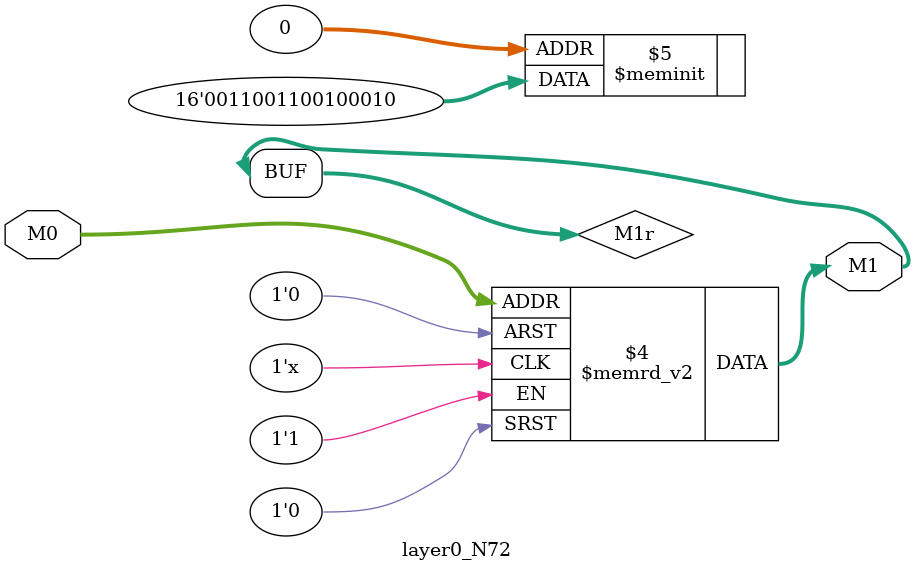
<source format=v>
module layer0_N72 ( input [2:0] M0, output [1:0] M1 );

	(*rom_style = "distributed" *) reg [1:0] M1r;
	assign M1 = M1r;
	always @ (M0) begin
		case (M0)
			3'b000: M1r = 2'b10;
			3'b100: M1r = 2'b11;
			3'b010: M1r = 2'b10;
			3'b110: M1r = 2'b11;
			3'b001: M1r = 2'b00;
			3'b101: M1r = 2'b00;
			3'b011: M1r = 2'b00;
			3'b111: M1r = 2'b00;

		endcase
	end
endmodule

</source>
